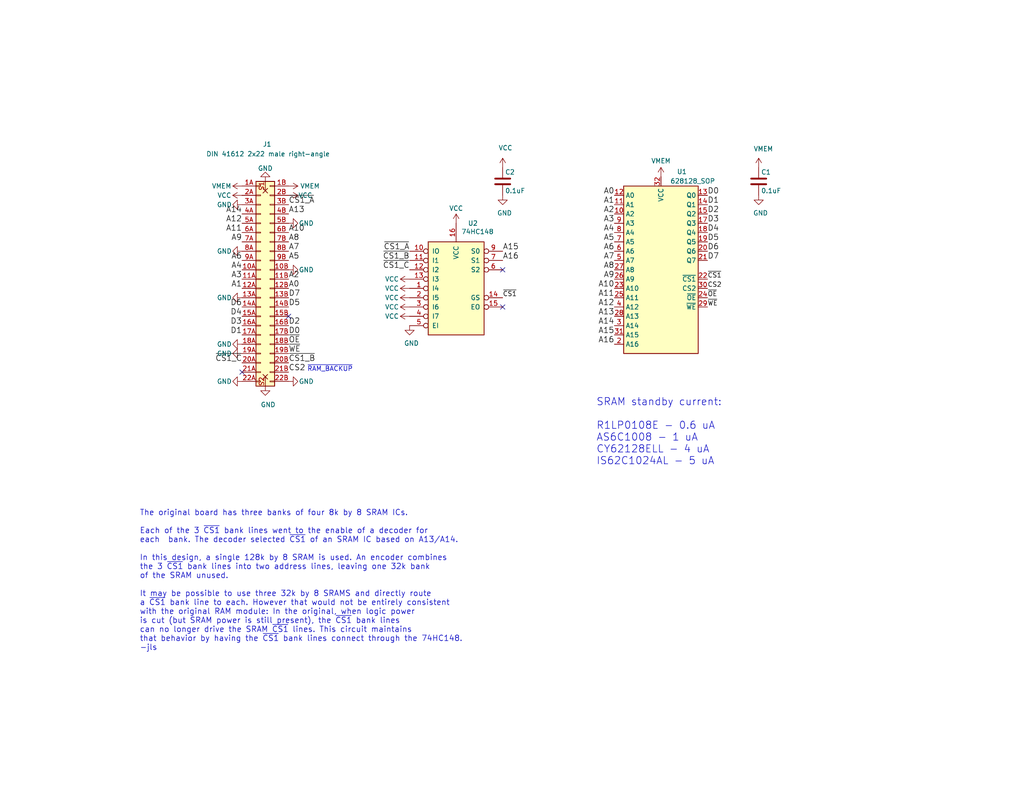
<source format=kicad_sch>
(kicad_sch (version 20211123) (generator eeschema)
  (paper "USLetter")
  (title_block (title "TANDY Model 600 96K SRAM Module") (date "2022-09-08") (rev "007") (company "Brian K. White - b.kenyon.w@gmail.com") (comment 1 "LICENSE: CC-BY-SA 4.0") (comment 2 "Originally based on Model600Sram_v1.1 by Jayeson Lee-Steer"))
  (lib_symbols
    (symbol "000_LOCAL:628128_SOP"
      (property "Reference" "U" (at -10.16 23.495 0))
      (property "Value" "628128_SOP" (at 2.54 23.495 0))
      (symbol "628128_SOP_0_0"
        (pin power_in line (at 0 -22.86 90) (length 2.54) hide (name "GND") (number "16"))
        (pin power_in line (at 0 25.4 270) (length 2.54) (name "VCC") (number "32"))
      )
      (symbol "628128_SOP_0_1"
        (rectangle (start -10.16 22.86) (end 10.16 -22.86) (stroke (width 0.254)) (fill (type background)))
      )
      (symbol "628128_SOP_1_1"
        (pin no_connect line (at 10.16 -20.32 180) (length 2.54) hide (name "NC") (number "1"))
        (pin input line (at -12.7 15.24 0) (length 2.54) (name "A2") (number "10"))
        (pin input line (at -12.7 17.78 0) (length 2.54) (name "A1") (number "11"))
        (pin input line (at -12.7 20.32 0) (length 2.54) (name "A0") (number "12"))
        (pin tri_state line (at 12.7 20.32 180) (length 2.54) (name "Q0") (number "13"))
        (pin tri_state line (at 12.7 17.78 180) (length 2.54) (name "Q1") (number "14"))
        (pin tri_state line (at 12.7 15.24 180) (length 2.54) (name "Q2") (number "15"))
        (pin tri_state line (at 12.7 12.7 180) (length 2.54) (name "Q3") (number "17"))
        (pin tri_state line (at 12.7 10.16 180) (length 2.54) (name "Q4") (number "18"))
        (pin tri_state line (at 12.7 7.62 180) (length 2.54) (name "Q5") (number "19"))
        (pin input line (at -12.7 -20.32 0) (length 2.54) (name "A16") (number "2"))
        (pin tri_state line (at 12.7 5.08 180) (length 2.54) (name "Q6") (number "20"))
        (pin tri_state line (at 12.7 2.54 180) (length 2.54) (name "Q7") (number "21"))
        (pin input line (at 12.7 -2.54 180) (length 2.54) (name "~{CS1}") (number "22"))
        (pin input line (at -12.7 -5.08 0) (length 2.54) (name "A10") (number "23"))
        (pin input line (at 12.7 -7.62 180) (length 2.54) (name "~{OE}") (number "24"))
        (pin input line (at -12.7 -7.62 0) (length 2.54) (name "A11") (number "25"))
        (pin input line (at -12.7 -2.54 0) (length 2.54) (name "A9") (number "26"))
        (pin input line (at -12.7 0 0) (length 2.54) (name "A8") (number "27"))
        (pin input line (at -12.7 -12.7 0) (length 2.54) (name "A13") (number "28"))
        (pin input line (at 12.7 -10.16 180) (length 2.54) (name "~{WE}") (number "29"))
        (pin input line (at -12.7 -15.24 0) (length 2.54) (name "A14") (number "3"))
        (pin input line (at 12.7 -5.08 180) (length 2.54) (name "CS2") (number "30"))
        (pin input line (at -12.7 -17.78 0) (length 2.54) (name "A15") (number "31"))
        (pin input line (at -12.7 -10.16 0) (length 2.54) (name "A12") (number "4"))
        (pin input line (at -12.7 2.54 0) (length 2.54) (name "A7") (number "5"))
        (pin input line (at -12.7 5.08 0) (length 2.54) (name "A6") (number "6"))
        (pin input line (at -12.7 7.62 0) (length 2.54) (name "A5") (number "7"))
        (pin input line (at -12.7 10.16 0) (length 2.54) (name "A4") (number "8"))
        (pin input line (at -12.7 12.7 0) (length 2.54) (name "A3") (number "9"))
      )
    )
    (symbol "000_LOCAL:74HC148" (pin_names (offset 1.016))
      (property "Reference" "U" (at -7.62 13.97 0))
      (property "Value" "74HC148" (at -7.62 -13.97 0))
      (symbol "74HC148_1_0"
        (pin input inverted (at -12.7 0 0) (length 5.08) (name "I4") (number "1"))
        (pin input inverted (at -12.7 10.16 0) (length 5.08) (name "IO") (number "10"))
        (pin input inverted (at -12.7 7.62 0) (length 5.08) (name "I1") (number "11"))
        (pin input inverted (at -12.7 5.08 0) (length 5.08) (name "I2") (number "12"))
        (pin input inverted (at -12.7 2.54 0) (length 5.08) (name "I3") (number "13"))
        (pin output inverted (at 12.7 -2.54 180) (length 5.08) (name "GS") (number "14"))
        (pin output inverted (at 12.7 -5.08 180) (length 5.08) (name "EO") (number "15"))
        (pin power_in line (at 0 17.78 270) (length 5.08) (name "VCC") (number "16"))
        (pin input inverted (at -12.7 -2.54 0) (length 5.08) (name "I5") (number "2"))
        (pin input inverted (at -12.7 -5.08 0) (length 5.08) (name "I6") (number "3"))
        (pin input inverted (at -12.7 -7.62 0) (length 5.08) (name "I7") (number "4"))
        (pin input inverted (at -12.7 -10.16 0) (length 5.08) (name "EI") (number "5"))
        (pin output inverted (at 12.7 5.08 180) (length 5.08) (name "S2") (number "6"))
        (pin output inverted (at 12.7 7.62 180) (length 5.08) (name "S1") (number "7"))
        (pin power_in line (at 0 -12.7 90) (length 5.08) hide (name "GND") (number "8"))
        (pin output inverted (at 12.7 10.16 180) (length 5.08) (name "S0") (number "9"))
      )
      (symbol "74HC148_1_1"
        (rectangle (start -7.62 12.7) (end 7.62 -12.7) (stroke (width 0.254)) (fill (type background)))
      )
    )
    (symbol "000_LOCAL:C" (pin_numbers hide) (pin_names (offset 0.254))
      (property "Reference" "C" (at 0.635 2.54 0))
      (property "Value" "C" (at 0.635 -2.54 0))
      (symbol "C_0_1"
        (polyline (pts (xy -2.032 -0.762) (xy 2.032 -0.762)) (stroke (width 0.508)))
        (polyline (pts (xy -2.032 0.762) (xy 2.032 0.762)) (stroke (width 0.508)))
      )
      (symbol "C_1_1"
        (pin passive line (at 0 3.81 270) (length 2.794) (name "~") (number "1"))
        (pin passive line (at 0 -3.81 90) (length 2.794) (name "~") (number "2"))
      )
    )
    (symbol "000_LOCAL:DIN 41612 2x22 male right-angle" (pin_names (offset 1.016) hide)
      (property "Reference" "J" (at -2.7432 28.9052 0))
      (property "Value" "DIN 41612 2x22 male right-angle" (at 18.8468 28.8036 0))
      (symbol "DIN 41612 2x22 male right-angle_1_1"
        (rectangle (start -1.27 -27.813) (end 0 -28.067) (stroke (width 0.1524)))
        (rectangle (start -1.27 -25.273) (end 0 -25.527) (stroke (width 0.1524)))
        (rectangle (start -1.27 -22.733) (end 0 -22.987) (stroke (width 0.1524)))
        (rectangle (start -1.27 -20.193) (end 0 -20.447) (stroke (width 0.1524)))
        (rectangle (start -1.27 -17.653) (end 0 -17.907) (stroke (width 0.1524)))
        (rectangle (start -1.27 -15.113) (end 0 -15.367) (stroke (width 0.1524)))
        (rectangle (start -1.27 -12.573) (end 0 -12.827) (stroke (width 0.1524)))
        (rectangle (start -1.27 -10.033) (end 0 -10.287) (stroke (width 0.1524)))
        (rectangle (start -1.27 -7.493) (end 0 -7.747) (stroke (width 0.1524)))
        (rectangle (start -1.27 -4.953) (end 0 -5.207) (stroke (width 0.1524)))
        (rectangle (start -1.27 -2.413) (end 0 -2.667) (stroke (width 0.1524)))
        (rectangle (start -1.27 0.127) (end 0 -0.127) (stroke (width 0.1524)))
        (rectangle (start -1.27 2.667) (end 0 2.413) (stroke (width 0.1524)))
        (rectangle (start -1.27 5.207) (end 0 4.953) (stroke (width 0.1524)))
        (rectangle (start -1.27 7.747) (end 0 7.493) (stroke (width 0.1524)))
        (rectangle (start -1.27 10.287) (end 0 10.033) (stroke (width 0.1524)))
        (rectangle (start -1.27 12.827) (end 0 12.573) (stroke (width 0.1524)))
        (rectangle (start -1.27 15.367) (end 0 15.113) (stroke (width 0.1524)))
        (rectangle (start -1.27 17.907) (end 0 17.653) (stroke (width 0.1524)))
        (rectangle (start -1.27 20.447) (end 0 20.193) (stroke (width 0.1524)))
        (rectangle (start -1.27 22.987) (end 0 22.733) (stroke (width 0.1524)))
        (rectangle (start -1.27 25.527) (end 0 25.273) (stroke (width 0.1524)))
        (rectangle (start -1.27 26.67) (end 3.81 -29.21) (stroke (width 0.254)) (fill (type background)))
        (rectangle (start 3.81 -27.813) (end 2.54 -28.067) (stroke (width 0.1524)))
        (rectangle (start 3.81 -25.273) (end 2.54 -25.527) (stroke (width 0.1524)))
        (rectangle (start 3.81 -22.733) (end 2.54 -22.987) (stroke (width 0.1524)))
        (rectangle (start 3.81 -20.193) (end 2.54 -20.447) (stroke (width 0.1524)))
        (rectangle (start 3.81 -17.653) (end 2.54 -17.907) (stroke (width 0.1524)))
        (rectangle (start 3.81 -15.113) (end 2.54 -15.367) (stroke (width 0.1524)))
        (rectangle (start 3.81 -12.573) (end 2.54 -12.827) (stroke (width 0.1524)))
        (rectangle (start 3.81 -10.033) (end 2.54 -10.287) (stroke (width 0.1524)))
        (rectangle (start 3.81 -7.493) (end 2.54 -7.747) (stroke (width 0.1524)))
        (rectangle (start 3.81 -4.953) (end 2.54 -5.207) (stroke (width 0.1524)))
        (rectangle (start 3.81 -2.413) (end 2.54 -2.667) (stroke (width 0.1524)))
        (rectangle (start 3.81 0.127) (end 2.54 -0.127) (stroke (width 0.1524)))
        (rectangle (start 3.81 2.667) (end 2.54 2.413) (stroke (width 0.1524)))
        (rectangle (start 3.81 5.207) (end 2.54 4.953) (stroke (width 0.1524)))
        (rectangle (start 3.81 7.747) (end 2.54 7.493) (stroke (width 0.1524)))
        (rectangle (start 3.81 10.287) (end 2.54 10.033) (stroke (width 0.1524)))
        (rectangle (start 3.81 12.827) (end 2.54 12.573) (stroke (width 0.1524)))
        (rectangle (start 3.81 15.367) (end 2.54 15.113) (stroke (width 0.1524)))
        (rectangle (start 3.81 17.907) (end 2.54 17.653) (stroke (width 0.1524)))
        (rectangle (start 3.81 20.447) (end 2.54 20.193) (stroke (width 0.1524)))
        (rectangle (start 3.81 22.987) (end 2.54 22.733) (stroke (width 0.1524)))
        (rectangle (start 3.81 25.527) (end 2.54 25.273) (stroke (width 0.1524)))
        (pin passive line (at -5.08 2.54 0) (length 3.81) (name "10A") (number "10A"))
        (pin passive line (at 7.62 2.54 180) (length 3.81) (name "10B") (number "10B"))
        (pin passive line (at -5.08 0 0) (length 3.81) (name "11A") (number "11A"))
        (pin passive line (at 7.62 0 180) (length 3.81) (name "11B") (number "11B"))
        (pin passive line (at -5.08 -2.54 0) (length 3.81) (name "12A") (number "12A"))
        (pin passive line (at 7.62 -2.54 180) (length 3.81) (name "12B") (number "12B"))
        (pin passive line (at -5.08 -5.08 0) (length 3.81) (name "13A") (number "13A"))
        (pin passive line (at 7.62 -5.08 180) (length 3.81) (name "13B") (number "13B"))
        (pin passive line (at -5.08 -7.62 0) (length 3.81) (name "14A") (number "14A"))
        (pin passive line (at 7.62 -7.62 180) (length 3.81) (name "14B") (number "14B"))
        (pin passive line (at -5.08 -10.16 0) (length 3.81) (name "15A") (number "15A"))
        (pin passive line (at 7.62 -10.16 180) (length 3.81) (name "15B") (number "15B"))
        (pin passive line (at -5.08 -12.7 0) (length 3.81) (name "16A") (number "16A"))
        (pin passive line (at 7.62 -12.7 180) (length 3.81) (name "16B") (number "16B"))
        (pin passive line (at -5.08 -15.24 0) (length 3.81) (name "17A") (number "17A"))
        (pin passive line (at 7.62 -15.24 180) (length 3.81) (name "17B") (number "17B"))
        (pin passive line (at -5.08 -17.78 0) (length 3.81) (name "18A") (number "18A"))
        (pin passive line (at 7.62 -17.78 180) (length 3.81) (name "18B") (number "18B"))
        (pin passive line (at -5.08 -20.32 0) (length 3.81) (name "19A") (number "19A"))
        (pin passive line (at 7.62 -20.32 180) (length 3.81) (name "19B") (number "19B"))
        (pin passive line (at -5.08 25.4 0) (length 3.81) (name "1A") (number "1A"))
        (pin passive line (at 7.62 25.4 180) (length 3.81) (name "1B") (number "1B"))
        (pin passive line (at -5.08 -22.86 0) (length 3.81) (name "20A") (number "20A"))
        (pin passive line (at 7.62 -22.86 180) (length 3.81) (name "20B") (number "20B"))
        (pin passive line (at -5.08 -25.4 0) (length 3.81) (name "21A") (number "21A"))
        (pin passive line (at 7.62 -25.4 180) (length 3.81) (name "21B") (number "21B"))
        (pin passive line (at -5.08 -27.94 0) (length 3.81) (name "22A") (number "22A"))
        (pin passive line (at 7.62 -27.94 180) (length 3.81) (name "22B") (number "22B"))
        (pin passive line (at -5.08 22.86 0) (length 3.81) (name "2A") (number "2A"))
        (pin passive line (at 7.62 22.86 180) (length 3.81) (name "2B") (number "2B"))
        (pin passive line (at -5.08 20.32 0) (length 3.81) (name "3A") (number "3A"))
        (pin passive line (at 7.62 20.32 180) (length 3.81) (name "3B") (number "3B"))
        (pin passive line (at -5.08 17.78 0) (length 3.81) (name "4A") (number "4A"))
        (pin passive line (at 7.62 17.78 180) (length 3.81) (name "4B") (number "4B"))
        (pin passive line (at -5.08 15.24 0) (length 3.81) (name "5A") (number "5A"))
        (pin passive line (at 7.62 15.24 180) (length 3.81) (name "5B") (number "5B"))
        (pin passive line (at -5.08 12.7 0) (length 3.81) (name "6A") (number "6A"))
        (pin passive line (at 7.62 12.7 180) (length 3.81) (name "6B") (number "6B"))
        (pin passive line (at -5.08 10.16 0) (length 3.81) (name "7A") (number "7A"))
        (pin passive line (at 7.62 10.16 180) (length 3.81) (name "7B") (number "7B"))
        (pin passive line (at -5.08 7.62 0) (length 3.81) (name "8A") (number "8A"))
        (pin passive line (at 7.62 7.62 180) (length 3.81) (name "8B") (number "8B"))
        (pin passive line (at -5.08 5.08 0) (length 3.81) (name "9A") (number "9A"))
        (pin passive line (at 7.62 5.08 180) (length 3.81) (name "9B") (number "9B"))
        (pin passive non_logic (at 1.27 26.67 270) (length 2.54) (name "mount") (number "S1"))
        (pin passive non_logic (at 1.27 -29.21 90) (length 2.54) (name "mount") (number "S2"))
      )
    )
    (symbol "000_LOCAL:GND" (power) (pin_names (offset 0))
      (property "Value" "GND" (at 0 -3.81 0))
      (symbol "GND_0_1"
        (polyline (pts (xy 0 0) (xy 0 -1.27) (xy 1.27 -1.27) (xy 0 -2.54) (xy -1.27 -1.27) (xy 0 -1.27)))
      )
      (symbol "GND_1_1"
        (pin power_in line (at 0 0 270) (length 0) hide (name "GND") (number "1"))
      )
    )
    (symbol "000_LOCAL:VCC" (power) (pin_names (offset 0))
      (property "Value" "VCC" (at 0 3.81 0))
      (symbol "VCC_0_1"
        (polyline (pts (xy -0.762 1.27) (xy 0 2.54)))
        (polyline (pts (xy 0 0) (xy 0 2.54)))
        (polyline (pts (xy 0 2.54) (xy 0.762 1.27)))
      )
      (symbol "VCC_1_1"
        (pin power_in line (at 0 0 90) (length 0) hide (name "VCC") (number "1"))
      )
    )
    (symbol "000_LOCAL:VMEM" (power) (pin_names (offset 0))
      (property "Value" "VMEM" (at 0 3.81 0))
      (symbol "VMEM_0_1"
        (polyline (pts (xy -0.762 1.27) (xy 0 2.54)))
        (polyline (pts (xy 0 0) (xy 0 2.54)))
        (polyline (pts (xy 0 2.54) (xy 0.762 1.27)))
      )
      (symbol "VMEM_1_1"
        (pin power_in line (at 0 0 90) (length 0) hide (name "VMEM") (number "1"))
      )
    )
  )
  (no_connect (at 66.04 101.6))
  (no_connect (at 78.74 86.36))
  (no_connect (at 137.16 83.82))
  (no_connect (at 137.16 73.66))
  (text "~{RAM_BACKUP}" (at 83.82 101.6 0) (effects (font (size 1.27 1.27)) (justify left bottom)))
  (text "SRAM standby current:\n\nR1LP0108E - 0.6 uA\nAS6C1008 - 1 uA\nCY62128ELL - 4 uA\nIS62C1024AL - 5 uA\n" (at 162.687 127.127 0) (effects (font (size 2 2)) (justify left bottom)))
  (text "The original board has three banks of four 8k by 8 SRAM ICs. \n\nEach of the 3 ~{CS1} bank lines went to the enable of a decoder for \neach  bank. The decoder selected ~{CS1} of an SRAM IC based on A13/A14.\n\nIn this design, a single 128k by 8 SRAM is used. An encoder combines \nthe 3 ~{CS1} bank lines into two address lines, leaving one 32k bank \nof the SRAM unused. \n\nIt may be possible to use three 32k by 8 SRAMS and directly route\na ~{CS1} bank line to each. However that would not be entirely consistent \nwith the original RAM module: In the original, when logic power \nis cut (but SRAM power is still present), the ~{CS1} bank lines \ncan no longer drive the SRAM ~{CS1} lines. This circuit maintains\nthat behavior by having the ~{CS1} bank lines connect through the 74HC148.\n-jls" (at 38.1 177.8 0) (effects (font (size 1.524 1.524)) (justify left bottom)))
  (label "A16" (at 137.16 71.12 0) (effects (font (size 1.524 1.524))))
  (label "D2" (at 78.74 88.9 0) (effects (font (size 1.524 1.524))))
  (label "~{CS1_C}" (at 66.04 99.06 180) (effects (font (size 1.524 1.524))))
  (label "A13" (at 78.74 58.42 0) (effects (font (size 1.524 1.524))))
  (label "A12" (at 66.04 60.96 180) (effects (font (size 1.524 1.524))))
  (label "D6" (at 66.04 83.82 180) (effects (font (size 1.524 1.524))))
  (label "A13" (at 167.64 86.36 180) (effects (font (size 1.524 1.524))))
  (label "A7" (at 167.64 71.12 180) (effects (font (size 1.524 1.524))))
  (label "A1" (at 167.64 55.88 180) (effects (font (size 1.524 1.524))))
  (label "~{WE}" (at 193.04 83.82 0))
  (label "A4" (at 66.04 73.66 180) (effects (font (size 1.524 1.524))))
  (label "A3" (at 66.04 76.2 180) (effects (font (size 1.524 1.524))))
  (label "A4" (at 167.64 63.5 180) (effects (font (size 1.524 1.524))))
  (label "A12" (at 167.64 83.82 180) (effects (font (size 1.524 1.524))))
  (label "A9" (at 167.64 76.2 180) (effects (font (size 1.524 1.524))))
  (label "D0" (at 193.04 53.34 0) (effects (font (size 1.524 1.524))))
  (label "D0" (at 78.74 91.44 0) (effects (font (size 1.524 1.524))))
  (label "D7" (at 78.74 81.28 0) (effects (font (size 1.524 1.524))))
  (label "CS2" (at 78.74 101.6 0) (effects (font (size 1.524 1.524))))
  (label "A2" (at 78.74 76.2 0) (effects (font (size 1.524 1.524))))
  (label "D5" (at 193.04 66.04 0) (effects (font (size 1.524 1.524))))
  (label "A5" (at 167.64 66.04 180) (effects (font (size 1.524 1.524))))
  (label "A1" (at 66.04 78.74 180) (effects (font (size 1.524 1.524))))
  (label "~{CS1_B}" (at 111.76 71.12 180) (effects (font (size 1.524 1.524))))
  (label "~{CS1_A}" (at 78.74 55.88 0) (effects (font (size 1.524 1.524))))
  (label "CS2" (at 193.04 78.74 0))
  (label "~{CS1}" (at 137.16 81.28 0))
  (label "D4" (at 66.04 86.36 180) (effects (font (size 1.524 1.524))))
  (label "A11" (at 167.64 81.28 180) (effects (font (size 1.524 1.524))))
  (label "A16" (at 167.64 93.98 180) (effects (font (size 1.524 1.524))))
  (label "D1" (at 66.04 91.44 180) (effects (font (size 1.524 1.524))))
  (label "A10" (at 167.64 78.74 180) (effects (font (size 1.524 1.524))))
  (label "A3" (at 167.64 60.96 180) (effects (font (size 1.524 1.524))))
  (label "~{CS1_B}" (at 78.74 99.06 0) (effects (font (size 1.524 1.524))))
  (label "D5" (at 78.74 83.82 0) (effects (font (size 1.524 1.524))))
  (label "A6" (at 66.04 71.12 180) (effects (font (size 1.524 1.524))))
  (label "A5" (at 78.74 71.12 0) (effects (font (size 1.524 1.524))))
  (label "~{OE}" (at 78.74 93.98 0) (effects (font (size 1.524 1.524))))
  (label "A0" (at 78.74 78.74 0) (effects (font (size 1.524 1.524))))
  (label "A8" (at 78.74 66.04 0) (effects (font (size 1.524 1.524))))
  (label "D1" (at 193.04 55.88 0) (effects (font (size 1.524 1.524))))
  (label "D3" (at 66.04 88.9 180) (effects (font (size 1.524 1.524))))
  (label "A14" (at 167.64 88.9 180) (effects (font (size 1.524 1.524))))
  (label "A10" (at 78.74 63.5 0) (effects (font (size 1.524 1.524))))
  (label "A11" (at 66.04 63.5 180) (effects (font (size 1.524 1.524))))
  (label "A2" (at 167.64 58.42 180) (effects (font (size 1.524 1.524))))
  (label "D7" (at 193.04 71.12 0) (effects (font (size 1.524 1.524))))
  (label "A14" (at 66.04 58.42 180) (effects (font (size 1.524 1.524))))
  (label "~{CS1_A}" (at 111.76 68.58 180) (effects (font (size 1.524 1.524))))
  (label "A8" (at 167.64 73.66 180) (effects (font (size 1.524 1.524))))
  (label "D2" (at 193.04 58.42 0) (effects (font (size 1.524 1.524))))
  (label "D3" (at 193.04 60.96 0) (effects (font (size 1.524 1.524))))
  (label "A7" (at 78.74 68.58 0) (effects (font (size 1.524 1.524))))
  (label "~{CS1_C}" (at 111.76 73.66 180) (effects (font (size 1.524 1.524))))
  (label "A15" (at 167.64 91.44 180) (effects (font (size 1.524 1.524))))
  (label "A15" (at 137.16 68.58 0) (effects (font (size 1.524 1.524))))
  (label "A0" (at 167.64 53.34 180) (effects (font (size 1.524 1.524))))
  (label "A9" (at 66.04 66.04 180) (effects (font (size 1.524 1.524))))
  (label "~{OE}" (at 193.04 81.28 0))
  (label "A6" (at 167.64 68.58 180) (effects (font (size 1.524 1.524))))
  (label "~{CS1}" (at 193.04 76.2 0))
  (label "D4" (at 193.04 63.5 0) (effects (font (size 1.524 1.524))))
  (label "D6" (at 193.04 68.58 0) (effects (font (size 1.524 1.524))))
  (label "~{WE}" (at 78.74 96.52 0) (effects (font (size 1.524 1.524))))
  (symbol (lib_id "000_LOCAL:C") (at 207.01 49.53 0) (unit 1)
    (property "Reference" "C1" (at 207.645 46.99 0) (effects (justify left)))
    (property "Value" "0.1uF" (at 207.645 52.07 0) (effects (justify left)))
    (property "Footprint" "000_LOCAL:C_1206" (effects hide))
  )
  (symbol (lib_id "000_LOCAL:C") (at 137.16 49.53 0) (unit 1)
    (property "Reference" "C2" (at 137.795 46.99 0) (effects (justify left)))
    (property "Value" "0.1uF" (at 137.795 52.07 0) (effects (justify left)))
    (property "Footprint" "000_LOCAL:C_1206" (effects hide))
  )
  (symbol (lib_id "000_LOCAL:DIN 41612 2x22 male right-angle") (at 71.12 76.2 0) (unit 1)
    (property "Reference" "J1" (at 72.898 39.37 0))
    (property "Value" "DIN 41612 2x22 male right-angle" (at 73.152 42.037 0))
    (property "Footprint" "000_LOCAL:DIN 41612 2x22 male right-angle" (effects hide))
  )
  (symbol (lib_id "000_LOCAL:VCC") (at 137.16 45.72 0) (unit 1)
    (property "Reference" "#PWR0104" (effects hide))
    (property "Value" "VCC" (at 137.922 40.386 0))
  )
  (symbol (lib_id "000_LOCAL:VMEM") (at 66.04 50.8 90) (unit 1)
    (property "Reference" "#PWR0101" (effects hide))
    (property "Value" "VMEM" (at 60.452 50.8 90))
  )
  (symbol (lib_id "000_LOCAL:VMEM") (at 78.74 50.8 270) (unit 1)
    (property "Reference" "#PWR0102" (effects hide))
    (property "Value" "VMEM" (at 84.582 50.8 90))
  )
  (symbol (lib_id "000_LOCAL:VCC") (at 66.04 53.34 90) (unit 1)
    (property "Reference" "#PWR0103" (effects hide))
    (property "Value" "VCC" (at 61.214 53.34 90))
  )
  (symbol (lib_id "000_LOCAL:VCC") (at 78.74 53.34 270) (unit 1)
    (property "Reference" "#PWR0108" (effects hide))
    (property "Value" "VCC" (at 83.312 53.34 90))
  )
  (symbol (lib_id "000_LOCAL:GND") (at 137.16 53.34 0) (unit 1)
    (property "Reference" "#PWR0105" (effects hide))
    (property "Value" "GND" (at 137.668 58.166 0))
  )
  (symbol (lib_id "000_LOCAL:GND") (at 207.01 53.34 0) (unit 1)
    (property "Reference" "#PWR0106" (effects hide))
    (property "Value" "GND" (at 207.518 58.166 0))
  )
  (symbol (lib_id "000_LOCAL:VMEM") (at 207.01 45.72 0) (unit 1)
    (property "Reference" "#PWR0107" (effects hide))
    (property "Value" "VMEM" (at 208.28 40.64 0))
  )
  (symbol (lib_id "000_LOCAL:GND") (at 78.74 60.96 90) (unit 1)
    (property "Reference" "#PWR0109" (effects hide))
    (property "Value" "GND" (at 83.566 60.96 90))
  )
  (symbol (lib_id "000_LOCAL:GND") (at 78.74 73.66 90) (unit 1)
    (property "Reference" "#PWR0110" (effects hide))
    (property "Value" "GND" (at 83.566 73.66 90))
  )
  (symbol (lib_id "000_LOCAL:VCC") (at 111.76 86.36 90) (unit 1)
    (property "Reference" "#PWR0113" (effects hide))
    (property "Value" "VCC" (at 106.934 86.36 90))
  )
  (symbol (lib_id "000_LOCAL:GND") (at 111.76 88.9 0) (unit 1)
    (property "Reference" "#PWR0114" (effects hide))
    (property "Value" "GND" (at 112.268 93.726 0))
  )
  (symbol (lib_id "000_LOCAL:VMEM") (at 180.34 48.26 0) (unit 1)
    (property "Reference" "#PWR0115" (effects hide))
    (property "Value" "VMEM" (at 180.34 43.942 0))
  )
  (symbol (lib_id "000_LOCAL:GND") (at 78.74 104.14 90) (unit 1)
    (property "Reference" "#PWR0111" (effects hide))
    (property "Value" "GND" (at 83.566 104.14 90))
  )
  (symbol (lib_id "000_LOCAL:GND") (at 66.04 55.88 270) (unit 1)
    (property "Reference" "#PWR0112" (effects hide))
    (property "Value" "GND" (at 61.214 55.88 90))
  )
  (symbol (lib_id "000_LOCAL:GND") (at 66.04 68.58 270) (unit 1)
    (property "Reference" "#PWR0116" (effects hide))
    (property "Value" "GND" (at 61.214 68.58 90))
  )
  (symbol (lib_id "000_LOCAL:GND") (at 66.04 81.28 270) (unit 1)
    (property "Reference" "#PWR0117" (effects hide))
    (property "Value" "GND" (at 61.214 81.28 90))
  )
  (symbol (lib_id "000_LOCAL:GND") (at 66.04 93.98 270) (unit 1)
    (property "Reference" "#PWR0118" (effects hide))
    (property "Value" "GND" (at 61.214 93.98 90))
  )
  (symbol (lib_id "000_LOCAL:GND") (at 66.04 96.52 270) (unit 1)
    (property "Reference" "#PWR0119" (effects hide))
    (property "Value" "GND" (at 61.214 96.52 90))
  )
  (symbol (lib_id "000_LOCAL:GND") (at 66.04 104.14 270) (unit 1)
    (property "Reference" "#PWR0120" (effects hide))
    (property "Value" "GND" (at 61.214 104.14 90))
  )
  (symbol (lib_id "000_LOCAL:VCC") (at 111.76 76.2 90) (unit 1)
    (property "Reference" "#PWR0121" (effects hide))
    (property "Value" "VCC" (at 106.934 76.2 90))
  )
  (symbol (lib_id "000_LOCAL:VCC") (at 111.76 78.74 90) (unit 1)
    (property "Reference" "#PWR0122" (effects hide))
    (property "Value" "VCC" (at 106.934 78.74 90))
  )
  (symbol (lib_id "000_LOCAL:VCC") (at 111.76 81.28 90) (unit 1)
    (property "Reference" "#PWR0123" (effects hide))
    (property "Value" "VCC" (at 106.934 81.28 90))
  )
  (symbol (lib_id "000_LOCAL:VCC") (at 111.76 83.82 90) (unit 1)
    (property "Reference" "#PWR0124" (effects hide))
    (property "Value" "VCC" (at 106.934 83.82 90))
  )
  (symbol (lib_id "000_LOCAL:74HC148") (at 124.46 78.74 0) (unit 1)
    (property "Reference" "U2" (at 129.032 60.96 0))
    (property "Value" "74HC148" (at 130.302 63.246 0))
    (property "Footprint" "000_LOCAL:SOIC-SOP-16" (effects hide))
  )
  (symbol (lib_id "000_LOCAL:VCC") (at 124.46 60.96 0) (unit 1)
    (property "Reference" "#PWR0125" (effects hide))
    (property "Value" "VCC" (at 124.46 56.896 0))
  )
  (symbol (lib_id "000_LOCAL:628128_SOP") (at 180.34 73.66 0) (unit 1)
    (property "Reference" "U1" (at 186.055 46.863 0))
    (property "Value" "628128_SOP" (at 182.88 50.165 0) (effects (justify left bottom)))
    (property "Footprint" "000_LOCAL:SOP-32W" (effects hide))
    (property "Datasheet" "http://www.futurlec.com/Datasheet/Memory/628128.pdf" (effects hide))
  )
  (symbol (lib_id "000_LOCAL:GND") (at 72.39 49.53 0) (mirror x) (unit 1)
    (property "Reference" "#PWR0127" (effects hide))
    (property "Value" "GND" (at 72.39 45.974 0))
  )
  (symbol (lib_id "000_LOCAL:GND") (at 72.39 105.41 0) (unit 1)
    (property "Reference" "#PWR0126" (effects hide))
    (property "Value" "GND" (at 73.152 110.49 0))
  )
)
</source>
